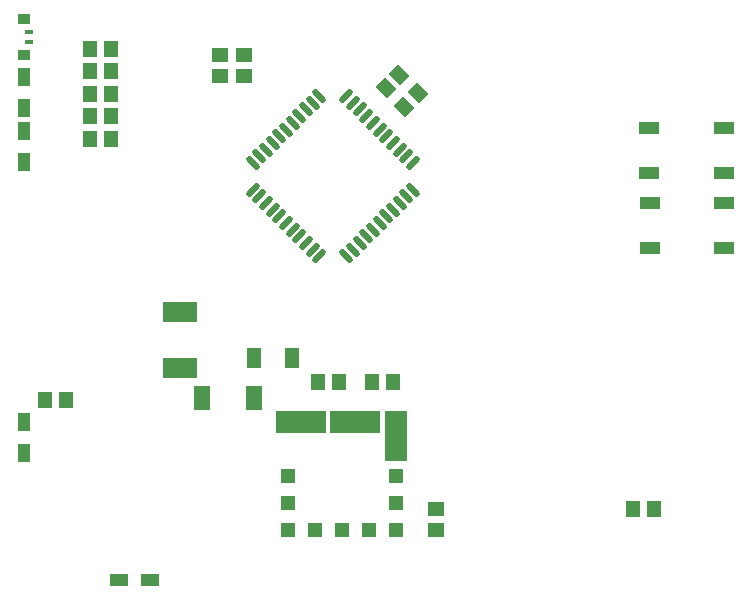
<source format=gtp>
G04 Layer_Color=8421504*
%FSLAX25Y25*%
%MOIN*%
G70*
G01*
G75*
%ADD10R,0.04528X0.05315*%
%ADD11R,0.03937X0.05906*%
%ADD12R,0.11614X0.06614*%
%ADD13R,0.03937X0.03543*%
%ADD14R,0.03150X0.01575*%
G04:AMPARAMS|DCode=15|XSize=55.12mil|YSize=45.28mil|CornerRadius=0mil|HoleSize=0mil|Usage=FLASHONLY|Rotation=315.000|XOffset=0mil|YOffset=0mil|HoleType=Round|Shape=Rectangle|*
%AMROTATEDRECTD15*
4,1,4,-0.03550,0.00348,-0.00348,0.03550,0.03550,-0.00348,0.00348,-0.03550,-0.03550,0.00348,0.0*
%
%ADD15ROTATEDRECTD15*%

%ADD16R,0.05906X0.03937*%
%ADD17R,0.07500X0.16500*%
%ADD18R,0.04500X0.04500*%
%ADD19R,0.16500X0.07500*%
%ADD20R,0.04528X0.06890*%
%ADD21R,0.05512X0.08268*%
%ADD22R,0.04528X0.05512*%
%ADD23R,0.06693X0.03937*%
G04:AMPARAMS|DCode=24|XSize=21.65mil|YSize=57.09mil|CornerRadius=0mil|HoleSize=0mil|Usage=FLASHONLY|Rotation=225.000|XOffset=0mil|YOffset=0mil|HoleType=Round|Shape=Round|*
%AMOVALD24*
21,1,0.03543,0.02165,0.00000,0.00000,315.0*
1,1,0.02165,-0.01253,0.01253*
1,1,0.02165,0.01253,-0.01253*
%
%ADD24OVALD24*%

G04:AMPARAMS|DCode=25|XSize=21.65mil|YSize=57.09mil|CornerRadius=0mil|HoleSize=0mil|Usage=FLASHONLY|Rotation=315.000|XOffset=0mil|YOffset=0mil|HoleType=Round|Shape=Round|*
%AMOVALD25*
21,1,0.03543,0.02165,0.00000,0.00000,45.0*
1,1,0.02165,-0.01253,-0.01253*
1,1,0.02165,0.01253,0.01253*
%
%ADD25OVALD25*%

%ADD26R,0.05315X0.04528*%
D10*
X20445Y65500D02*
D03*
X13555D02*
D03*
X35445Y182500D02*
D03*
X28555D02*
D03*
X35445Y167500D02*
D03*
X28555D02*
D03*
X35445Y175000D02*
D03*
X28555D02*
D03*
X35445Y160000D02*
D03*
X28555D02*
D03*
X35445Y152500D02*
D03*
X28555D02*
D03*
X216445Y29000D02*
D03*
X209555D02*
D03*
D11*
X6500Y58118D02*
D03*
Y47882D02*
D03*
Y173118D02*
D03*
Y162882D02*
D03*
Y155118D02*
D03*
Y144882D02*
D03*
D12*
X58500Y76091D02*
D03*
Y94910D02*
D03*
D13*
X6500Y180595D02*
D03*
Y192405D02*
D03*
D14*
X8075Y184925D02*
D03*
Y188075D02*
D03*
D15*
X127211Y169335D02*
D03*
X137789Y167665D02*
D03*
X133335Y163211D02*
D03*
X131665Y173789D02*
D03*
D16*
X38382Y5500D02*
D03*
X48618D02*
D03*
D17*
X130500Y53500D02*
D03*
D18*
Y31000D02*
D03*
Y40000D02*
D03*
Y22000D02*
D03*
X112500D02*
D03*
X121500D02*
D03*
X94500Y40000D02*
D03*
Y31000D02*
D03*
X103500Y22000D02*
D03*
X94500D02*
D03*
D19*
X117000Y58000D02*
D03*
X99000D02*
D03*
D20*
X95898Y79500D02*
D03*
X83102D02*
D03*
D21*
X83161Y66000D02*
D03*
X65839D02*
D03*
D22*
X104555Y71500D02*
D03*
X111445D02*
D03*
X129445D02*
D03*
X122555D02*
D03*
D23*
X215197Y116039D02*
D03*
X240000D02*
D03*
X215197Y131000D02*
D03*
X240000D02*
D03*
X239803Y155961D02*
D03*
X215000D02*
D03*
X239803Y141000D02*
D03*
X215000D02*
D03*
D24*
X136225Y135546D02*
D03*
X133998Y133319D02*
D03*
X131771Y131092D02*
D03*
X129544Y128865D02*
D03*
X127317Y126637D02*
D03*
X125090Y124410D02*
D03*
X122863Y122183D02*
D03*
X120635Y119956D02*
D03*
X118408Y117729D02*
D03*
X116181Y115502D02*
D03*
X113954Y113275D02*
D03*
X82775Y144454D02*
D03*
X85002Y146681D02*
D03*
X87229Y148908D02*
D03*
X89456Y151136D02*
D03*
X91683Y153363D02*
D03*
X93910Y155590D02*
D03*
X96137Y157817D02*
D03*
X98365Y160044D02*
D03*
X100592Y162271D02*
D03*
X102819Y164498D02*
D03*
X105046Y166725D02*
D03*
D25*
Y113275D02*
D03*
X102819Y115502D02*
D03*
X100592Y117729D02*
D03*
X98365Y119956D02*
D03*
X96137Y122183D02*
D03*
X93910Y124410D02*
D03*
X91683Y126637D02*
D03*
X89456Y128865D02*
D03*
X87229Y131092D02*
D03*
X85002Y133319D02*
D03*
X82775Y135546D02*
D03*
X113954Y166725D02*
D03*
X116181Y164498D02*
D03*
X118408Y162271D02*
D03*
X120635Y160044D02*
D03*
X122863Y157817D02*
D03*
X125090Y155590D02*
D03*
X127317Y153363D02*
D03*
X129544Y151136D02*
D03*
X131771Y148908D02*
D03*
X133998Y146681D02*
D03*
X136225Y144454D02*
D03*
D26*
X72000Y180445D02*
D03*
Y173555D02*
D03*
X80000Y180445D02*
D03*
Y173555D02*
D03*
X144000Y22055D02*
D03*
Y28945D02*
D03*
M02*

</source>
